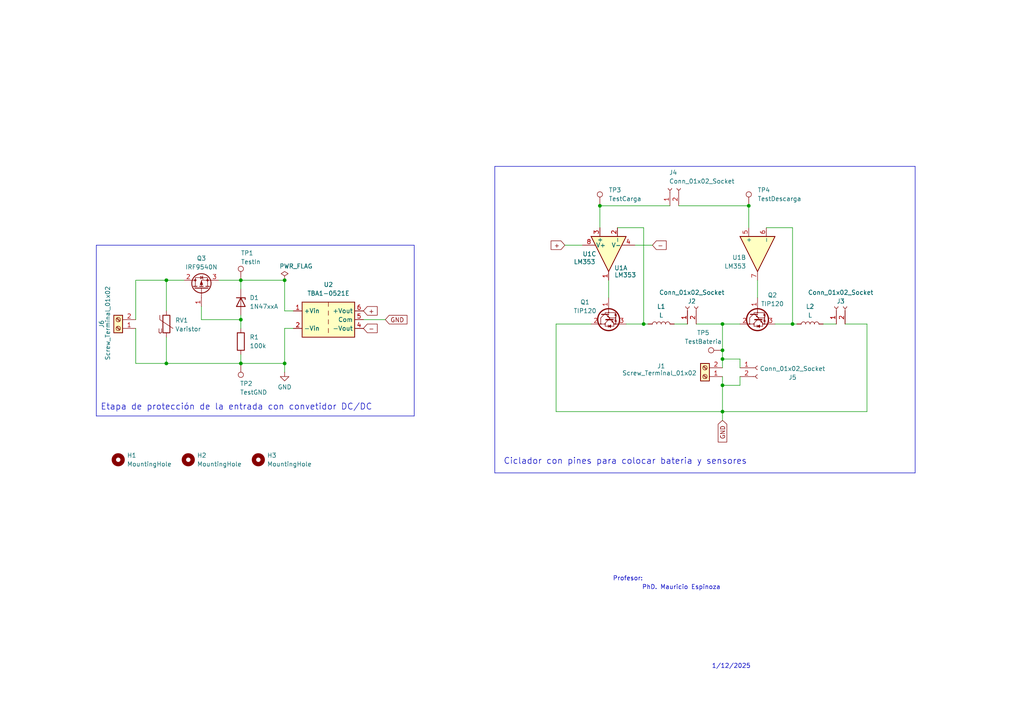
<source format=kicad_sch>
(kicad_sch (version 20250114) (generator "eeschema") (generator_version "9.0")
  (paper "A4")
  (lib_symbols
    (symbol "Amplifier_Operational:LM358" (pin_names (offset 0.127))
      (property "Reference" "U" (at 0 5.08 0))
      (property "Value" "LM358" (at 0 -5.08 0))
      (symbol "LM358_1_1"
        (polyline (pts (xy -5.08 5.08) (xy 5.08 0) (xy -5.08 -5.08) (xy -5.08 5.08)) (stroke (width 0.254)) (fill (type background)))
        (pin input line (at -7.62 2.54 0) (length 2.54) (name "+") (number "3"))
        (pin input line (at -7.62 -2.54 0) (length 2.54) (name "-") (number "2"))
        (pin output line (at 7.62 0 180) (length 2.54) (name "~") (number "1"))
      )
      (symbol "LM358_2_1"
        (polyline (pts (xy -5.08 5.08) (xy 5.08 0) (xy -5.08 -5.08) (xy -5.08 5.08)) (stroke (width 0.254)) (fill (type background)))
        (pin input line (at -7.62 2.54 0) (length 2.54) (name "+") (number "5"))
        (pin input line (at -7.62 -2.54 0) (length 2.54) (name "-") (number "6"))
        (pin output line (at 7.62 0 180) (length 2.54) (name "~") (number "7"))
      )
      (symbol "LM358_3_1"
        (pin power_in line (at -2.54 7.62 270) (length 3.81) (name "V+") (number "8"))
        (pin power_in line (at -2.54 -7.62 90) (length 3.81) (name "V-") (number "4"))
      )
    )
    (symbol "Connector:Conn_01x02_Socket" (pin_names (offset 1.016) (hide yes))
      (property "Reference" "J" (at 0 2.54 0))
      (property "Value" "Conn_01x02_Socket" (at 0 -5.08 0))
      (symbol "Conn_01x02_Socket_1_1"
        (polyline (pts (xy -1.27 0) (xy -0.508 0)) (stroke (width 0.1524)))
        (polyline (pts (xy -1.27 -2.54) (xy -0.508 -2.54)) (stroke (width 0.1524)))
        (arc (start 0 -0.508) (mid -0.5058 0) (end 0 0.508) (stroke (width 0.1524)))
        (arc (start 0 -3.048) (mid -0.5058 -2.54) (end 0 -2.032) (stroke (width 0.1524)))
        (pin passive line (at -5.08 0 0) (length 3.81) (name "Pin_1") (number "1"))
        (pin passive line (at -5.08 -2.54 0) (length 3.81) (name "Pin_2") (number "2"))
      )
    )
    (symbol "Connector:Screw_Terminal_01x02" (pin_names (offset 1.016) (hide yes))
      (property "Reference" "J" (at 0 2.54 0))
      (property "Value" "Screw_Terminal_01x02" (at 0 -5.08 0))
      (symbol "Screw_Terminal_01x02_1_1"
        (rectangle (start -1.27 1.27) (end 1.27 -3.81) (stroke (width 0.254)) (fill (type background)))
        (polyline (pts (xy -0.5334 0.3302) (xy 0.3302 -0.508)) (stroke (width 0.1524)))
        (polyline (pts (xy -0.5334 -2.2098) (xy 0.3302 -3.048)) (stroke (width 0.1524)))
        (polyline (pts (xy -0.3556 0.508) (xy 0.508 -0.3302)) (stroke (width 0.1524)))
        (polyline (pts (xy -0.3556 -2.032) (xy 0.508 -2.8702)) (stroke (width 0.1524)))
        (circle (center 0 0) (radius 0.635) (stroke (width 0.1524)))
        (circle (center 0 -2.54) (radius 0.635) (stroke (width 0.1524)))
        (pin passive line (at -5.08 0 0) (length 3.81) (name "Pin_1") (number "1"))
        (pin passive line (at -5.08 -2.54 0) (length 3.81) (name "Pin_2") (number "2"))
      )
    )
    (symbol "Connector:TestPoint" (pin_numbers (hide yes)) (pin_names (offset 0.762) (hide yes))
      (property "Reference" "TP" (at 0 6.858 0))
      (property "Value" "TestPoint" (at 0 5.08 0))
      (symbol "TestPoint_0_1"
        (circle (center 0 3.302) (radius 0.762))
      )
      (symbol "TestPoint_1_1"
        (pin passive line (at 0 0 90) (length 2.54) (name "1") (number "1"))
      )
    )
    (symbol "Converter_DCDC:TBA1-0521E"
      (property "Reference" "U" (at -6.35 6.35 0))
      (property "Value" "TBA1-0521E" (at 2.54 6.35 0))
      (symbol "TBA1-0521E_0_1"
        (rectangle (start -7.62 5.08) (end 7.62 -5.08) (stroke (width 0.254)) (fill (type background)))
        (polyline (pts (xy 0 5.08) (xy 0 3.81)))
        (polyline (pts (xy 0 2.54) (xy 0 1.27)))
        (polyline (pts (xy 0 0) (xy 0 -1.27)))
        (polyline (pts (xy 0 -2.54) (xy 0 -3.81)))
      )
      (symbol "TBA1-0521E_1_1"
        (pin power_in line (at -10.16 2.54 0) (length 2.54) (name "+Vin") (number "1"))
        (pin power_in line (at -10.16 -2.54 0) (length 2.54) (name "-Vin") (number "2"))
        (pin power_out line (at 10.16 2.54 180) (length 2.54) (name "+Vout") (number "6"))
        (pin power_out line (at 10.16 0 180) (length 2.54) (name "Com") (number "5"))
        (pin power_out line (at 10.16 -2.54 180) (length 2.54) (name "-Vout") (number "4"))
      )
    )
    (symbol "Device:L" (pin_numbers (hide yes)) (pin_names (offset 1.016) (hide yes))
      (property "Reference" "L" (at -1.27 0 90))
      (property "Value" "L" (at 1.905 0 90))
      (symbol "L_0_1"
        (arc (start 0 2.54) (mid 0.6323 1.905) (end 0 1.27))
        (arc (start 0 1.27) (mid 0.6323 0.635) (end 0 0))
        (arc (start 0 0) (mid 0.6323 -0.635) (end 0 -1.27))
        (arc (start 0 -1.27) (mid 0.6323 -1.905) (end 0 -2.54))
      )
      (symbol "L_1_1"
        (pin passive line (at 0 3.81 270) (length 1.27) (name "1") (number "1"))
        (pin passive line (at 0 -3.81 90) (length 1.27) (name "2") (number "2"))
      )
    )
    (symbol "Device:R" (pin_numbers (hide yes)) (pin_names (offset 0))
      (property "Reference" "R" (at 2.032 0 90))
      (property "Value" "R" (at 0 0 90))
      (symbol "R_0_1"
        (rectangle (start -1.016 -2.54) (end 1.016 2.54) (stroke (width 0.254)))
      )
      (symbol "R_1_1"
        (pin passive line (at 0 3.81 270) (length 1.27) (name "~") (number "1"))
        (pin passive line (at 0 -3.81 90) (length 1.27) (name "~") (number "2"))
      )
    )
    (symbol "Device:Varistor" (pin_numbers (hide yes)) (pin_names (offset 0))
      (property "Reference" "RV" (at 3.175 0 90))
      (property "Value" "Varistor" (at -3.175 0 90))
      (symbol "Varistor_0_0"
        (text "U" (at -1.778 -2.032 0) (effects (font (size 1.27 1.27))))
      )
      (symbol "Varistor_0_1"
        (polyline (pts (xy -1.905 2.54) (xy -1.905 1.27) (xy 1.905 -1.27)))
        (rectangle (start -1.016 -2.54) (end 1.016 2.54) (stroke (width 0.254)))
      )
      (symbol "Varistor_1_1"
        (pin passive line (at 0 3.81 270) (length 1.27) (name "~") (number "1"))
        (pin passive line (at 0 -3.81 90) (length 1.27) (name "~") (number "2"))
      )
    )
    (symbol "Diode:1N47xxA" (pin_numbers (hide yes)) (pin_names (hide yes))
      (property "Reference" "D" (at 0 2.54 0))
      (property "Value" "1N47xxA" (at 0 -2.54 0))
      (symbol "1N47xxA_0_1"
        (polyline (pts (xy -1.27 -1.27) (xy -1.27 1.27) (xy -0.762 1.27)) (stroke (width 0.254)))
        (polyline (pts (xy 1.27 0) (xy -1.27 0)))
        (polyline (pts (xy 1.27 -1.27) (xy 1.27 1.27) (xy -1.27 0) (xy 1.27 -1.27)) (stroke (width 0.254)))
      )
      (symbol "1N47xxA_1_1"
        (pin passive line (at -3.81 0 0) (length 2.54) (name "K") (number "1"))
        (pin passive line (at 3.81 0 180) (length 2.54) (name "A") (number "2"))
      )
    )
    (symbol "Mechanical:MountingHole" (pin_names (offset 1.016)) (in_bom no)
      (property "Reference" "H" (at 0 5.08 0))
      (property "Value" "MountingHole" (at 0 3.175 0))
      (symbol "MountingHole_0_1"
        (circle (center 0 0) (radius 1.27) (stroke (width 1.27)))
      )
    )
    (symbol "Transistor_BJT:TIP120" (pin_names (offset 0) (hide yes))
      (property "Reference" "Q" (at 5.08 1.905 0))
      (property "Value" "TIP120" (at 5.08 0 0))
      (symbol "TIP120_0_1"
        (polyline (pts (xy -1.27 0) (xy -0.889 0)))
        (circle (center -0.762 0) (radius 0.127))
        (polyline (pts (xy -0.254 2.032) (xy -0.254 0) (xy -0.254 0)) (stroke (width 0.3048)))
        (polyline (pts (xy -0.254 1.27) (xy 0.762 2.286) (xy 2.54 2.286)))
        (polyline (pts (xy -0.254 1.016) (xy -0.762 1.016) (xy -0.762 -2.032)))
        (polyline (pts (xy -0.254 0.762) (xy 0.762 -0.254) (xy 1.27 -0.254)))
        (polyline (pts (xy 0.635 -0.127) (xy 0.381 0.381) (xy 0.127 0.127) (xy 0.635 -0.127)))
        (polyline (pts (xy 0.762 -0.254) (xy 0.762 -2.032) (xy 1.143 -2.032) (xy 1.27 -1.778) (xy 1.397 -2.286) (xy 1.524 -1.778) (xy 1.651 -2.286) (xy 1.778 -1.778) (xy 1.905 -2.286) (xy 2.032 -2.032) (xy 2.54 -2.032)))
        (circle (center 0.762 -0.254) (radius 0.127))
        (polyline (pts (xy 0.762 -2.032) (xy 0.381 -2.032) (xy 0.254 -2.286) (xy 0.127 -1.778) (xy 0 -2.286) (xy -0.127 -1.778) (xy -0.254 -2.286) (xy -0.381 -1.778) (xy -0.508 -2.032) (xy -0.762 -2.032)))
        (circle (center 0.762 -2.032) (radius 0.127))
        (polyline (pts (xy 1.27 0.762) (xy 1.27 -1.27) (xy 1.27 -1.27)) (stroke (width 0.381)))
        (polyline (pts (xy 1.27 0) (xy 2.286 1.016) (xy 2.54 1.016) (xy 2.54 2.286)))
        (circle (center 1.27 0) (radius 3.175) (stroke (width 0.3556)))
        (polyline (pts (xy 1.27 -0.508) (xy 2.286 -1.524) (xy 2.54 -1.524) (xy 2.54 -2.032)))
        (polyline (pts (xy 2.159 -1.397) (xy 1.905 -0.889) (xy 1.651 -1.143) (xy 2.159 -1.397)))
        (circle (center 2.54 2.286) (radius 0.127))
        (circle (center 2.54 1.016) (radius 0.127))
        (polyline (pts (xy 2.54 -1.524) (xy 3.175 -1.524)))
        (circle (center 2.54 -1.524) (radius 0.127))
        (polyline (pts (xy 2.54 -2.032) (xy 2.54 -2.54)))
        (circle (center 2.54 -2.032) (radius 0.127))
        (polyline (pts (xy 2.794 0.127) (xy 3.556 0.127)))
        (polyline (pts (xy 3.175 1.016) (xy 2.54 1.016)))
        (polyline (pts (xy 3.175 1.016) (xy 3.175 0.127)))
        (polyline (pts (xy 3.175 0.127) (xy 2.794 -0.635) (xy 3.556 -0.635) (xy 3.175 0.127)) (fill (type outline)))
        (polyline (pts (xy 3.175 -0.635) (xy 3.175 -1.524)))
      )
      (symbol "TIP120_1_1"
        (pin input line (at -5.08 0 0) (length 3.81) (name "B") (number "1"))
        (pin passive line (at 2.54 5.08 270) (length 2.667) (name "C") (number "2"))
        (pin passive line (at 2.54 -5.08 90) (length 2.54) (name "E") (number "3"))
      )
    )
    (symbol "Transistor_FET:IRF9540N" (pin_names (hide yes))
      (property "Reference" "Q" (at 5.08 1.905 0))
      (property "Value" "IRF9540N" (at 5.08 0 0))
      (symbol "IRF9540N_0_1"
        (polyline (pts (xy 0.254 1.905) (xy 0.254 -1.905)) (stroke (width 0.254)))
        (polyline (pts (xy 0.254 0) (xy -2.54 0)))
        (polyline (pts (xy 0.762 2.286) (xy 0.762 1.27)) (stroke (width 0.254)))
        (polyline (pts (xy 0.762 1.778) (xy 3.302 1.778) (xy 3.302 -1.778) (xy 0.762 -1.778)))
        (polyline (pts (xy 0.762 0.508) (xy 0.762 -0.508)) (stroke (width 0.254)))
        (polyline (pts (xy 0.762 -1.27) (xy 0.762 -2.286)) (stroke (width 0.254)))
        (circle (center 1.651 0) (radius 2.794) (stroke (width 0.254)))
        (polyline (pts (xy 2.286 0) (xy 1.27 0.381) (xy 1.27 -0.381) (xy 2.286 0)) (fill (type outline)))
        (polyline (pts (xy 2.54 2.54) (xy 2.54 1.778)))
        (circle (center 2.54 1.778) (radius 0.254) (fill (type outline)))
        (circle (center 2.54 -1.778) (radius 0.254) (fill (type outline)))
        (polyline (pts (xy 2.54 -2.54) (xy 2.54 0) (xy 0.762 0)))
        (polyline (pts (xy 2.794 -0.508) (xy 2.921 -0.381) (xy 3.683 -0.381) (xy 3.81 -0.254)))
        (polyline (pts (xy 3.302 -0.381) (xy 2.921 0.254) (xy 3.683 0.254) (xy 3.302 -0.381)))
      )
      (symbol "IRF9540N_1_1"
        (pin input line (at -5.08 0 0) (length 2.54) (name "G") (number "1"))
        (pin passive line (at 2.54 5.08 270) (length 2.54) (name "D") (number "2"))
        (pin passive line (at 2.54 -5.08 90) (length 2.54) (name "S") (number "3"))
      )
    )
    (symbol "power:GND" (power) (pin_numbers (hide yes)) (pin_names (offset 0) (hide yes))
      (property "Value" "GND" (at 0 -3.81 0))
      (symbol "GND_0_1"
        (polyline (pts (xy 0 0) (xy 0 -1.27) (xy 1.27 -1.27) (xy 0 -2.54) (xy -1.27 -1.27) (xy 0 -1.27)))
      )
      (symbol "GND_1_1"
        (pin power_in line (at 0 0 270) (length 0) (name "~") (number "1"))
      )
    )
    (symbol "power:PWR_FLAG" (power) (pin_numbers (hide yes)) (pin_names (offset 0) (hide yes))
      (property "Value" "PWR_FLAG" (at 0 3.81 0))
      (symbol "PWR_FLAG_0_0"
        (pin power_out line (at 0 0 90) (length 0) (name "~") (number "1"))
      )
      (symbol "PWR_FLAG_0_1"
        (polyline (pts (xy 0 0) (xy 0 1.27) (xy -1.016 1.905) (xy 0 2.54) (xy 1.016 1.905) (xy 0 1.27)))
      )
    )
  )
  (text "Jose Manuel Solis\nEduardo Rojas " (at 200.914 178.308 0) (effects (font (size 1.27 1.27))))
  (text "1/12/2025\n" (at 212.09 193.294 0) (effects (font (size 1.27 1.27))))
  (text "Elaborado por: " (at 184.912 174.752 0) (effects (font (size 1.27 1.27))))
  (text "Profesor:\n" (at 182.118 167.894 0) (effects (font (size 1.27 1.27))))
  (text "Ciclador con pines para colocar bateria y sensores" (at 181.356 133.858 0) (effects (font (size 1.778 1.778))))
  (text "Ciclador de Baterias" (at 197.104 190.246 0) (effects (font (size 1.524 1.524) (bold yes))))
  (text "Etapa de protección de la entrada con convetidor DC/DC" (at 68.58 118.11 0) (effects (font (size 1.778 1.778))))
  (text "PhD. Mauricio Espinoza\n" (at 197.612 170.434 0) (effects (font (size 1.27 1.27))))
  (junction (at 209.55 101.6))
  (junction (at 209.55 93.98))
  (junction (at 173.99 59.69))
  (junction (at 69.85 105.41))
  (junction (at 229.87 93.98))
  (junction (at 209.55 111.76))
  (junction (at 209.55 104.14))
  (junction (at 217.17 59.69))
  (junction (at 209.55 119.38))
  (junction (at 48.26 81.28))
  (junction (at 82.55 81.28))
  (junction (at 69.85 92.71))
  (junction (at 186.69 93.98))
  (junction (at 82.55 105.41))
  (junction (at 69.85 81.28))
  (junction (at 48.26 105.41))
  (wire (pts (xy 217.17 59.69) (xy 217.17 66.04)))
  (polyline (pts (xy 27.94 71.12) (xy 120.142 71.12)))
  (wire (pts (xy 58.42 92.71) (xy 69.85 92.71)))
  (wire (pts (xy 195.58 93.98) (xy 199.39 93.98)))
  (wire (pts (xy 82.55 81.28) (xy 69.85 81.28)))
  (wire (pts (xy 176.53 81.28) (xy 176.53 86.36)))
  (wire (pts (xy 224.79 93.98) (xy 229.87 93.98)))
  (wire (pts (xy 69.85 91.44) (xy 69.85 92.71)))
  (wire (pts (xy 222.25 66.04) (xy 229.87 66.04)))
  (wire (pts (xy 238.76 93.98) (xy 242.57 93.98)))
  (wire (pts (xy 209.55 109.22) (xy 209.55 111.76)))
  (wire (pts (xy 179.07 66.04) (xy 186.69 66.04)))
  (wire (pts (xy 82.55 105.41) (xy 82.55 95.25)))
  (polyline (pts (xy 143.51 137.16) (xy 265.43 137.16)))
  (wire (pts (xy 209.55 111.76) (xy 209.55 119.38)))
  (wire (pts (xy 82.55 105.41) (xy 82.55 107.95)))
  (wire (pts (xy 39.37 95.25) (xy 39.37 105.41)))
  (wire (pts (xy 58.42 88.9) (xy 58.42 92.71)))
  (wire (pts (xy 39.37 81.28) (xy 48.26 81.28)))
  (wire (pts (xy 48.26 90.17) (xy 48.26 81.28)))
  (wire (pts (xy 161.29 93.98) (xy 161.29 119.38)))
  (wire (pts (xy 69.85 81.28) (xy 69.85 83.82)))
  (wire (pts (xy 69.85 102.87) (xy 69.85 105.41)))
  (wire (pts (xy 196.85 59.69) (xy 217.17 59.69)))
  (wire (pts (xy 39.37 92.71) (xy 39.37 81.28)))
  (wire (pts (xy 48.26 105.41) (xy 69.85 105.41)))
  (wire (pts (xy 214.63 111.76) (xy 214.63 109.22)))
  (wire (pts (xy 69.85 92.71) (xy 69.85 95.25)))
  (wire (pts (xy 251.46 93.98) (xy 251.46 119.38)))
  (polyline (pts (xy 143.51 48.26) (xy 265.43 48.26)))
  (wire (pts (xy 209.55 111.76) (xy 214.63 111.76)))
  (wire (pts (xy 209.55 104.14) (xy 214.63 104.14)))
  (wire (pts (xy 184.15 71.12) (xy 189.23 71.12)))
  (wire (pts (xy 181.61 93.98) (xy 186.69 93.98)))
  (wire (pts (xy 48.26 81.28) (xy 53.34 81.28)))
  (wire (pts (xy 186.69 66.04) (xy 186.69 93.98)))
  (wire (pts (xy 209.55 93.98) (xy 214.63 93.98)))
  (wire (pts (xy 229.87 66.04) (xy 229.87 93.98)))
  (wire (pts (xy 209.55 93.98) (xy 209.55 101.6)))
  (wire (pts (xy 245.11 93.98) (xy 251.46 93.98)))
  (wire (pts (xy 186.69 93.98) (xy 187.96 93.98)))
  (wire (pts (xy 161.29 119.38) (xy 209.55 119.38)))
  (wire (pts (xy 219.71 81.28) (xy 219.71 86.36)))
  (wire (pts (xy 161.29 93.98) (xy 171.45 93.98)))
  (wire (pts (xy 82.55 95.25) (xy 85.09 95.25)))
  (wire (pts (xy 85.09 90.17) (xy 82.55 90.17)))
  (wire (pts (xy 39.37 105.41) (xy 48.26 105.41)))
  (wire (pts (xy 82.55 90.17) (xy 82.55 81.28)))
  (wire (pts (xy 173.99 59.69) (xy 173.99 66.04)))
  (wire (pts (xy 48.26 97.79) (xy 48.26 105.41)))
  (wire (pts (xy 163.83 71.12) (xy 168.91 71.12)))
  (polyline (pts (xy 120.142 71.12) (xy 120.142 120.65)))
  (wire (pts (xy 173.99 59.69) (xy 194.31 59.69)))
  (wire (pts (xy 209.55 119.38) (xy 251.46 119.38)))
  (wire (pts (xy 201.93 93.98) (xy 209.55 93.98)))
  (polyline (pts (xy 265.43 137.16) (xy 265.43 48.26)))
  (wire (pts (xy 63.5 81.28) (xy 69.85 81.28)))
  (wire (pts (xy 209.55 101.6) (xy 209.55 104.14)))
  (wire (pts (xy 209.55 119.38) (xy 209.55 121.92)))
  (wire (pts (xy 82.55 105.41) (xy 69.85 105.41)))
  (wire (pts (xy 229.87 93.98) (xy 231.14 93.98)))
  (wire (pts (xy 209.55 104.14) (xy 209.55 106.68)))
  (polyline (pts (xy 120.142 120.65) (xy 27.94 120.65)))
  (wire (pts (xy 214.63 104.14) (xy 214.63 106.68)))
  (polyline (pts (xy 27.94 71.12) (xy 27.94 120.65)))
  (polyline (pts (xy 143.51 48.26) (xy 143.51 137.16)))
  (wire (pts (xy 105.41 92.71) (xy 111.76 92.71)))
  (global_label "+" (shape input) (at 163.83 71.12 180) (property "Intersheetrefs" "${INTERSHEET_REFS}" (effects (hide yes))))
  (global_label "GND" (shape input) (at 209.55 121.92 270) (property "Intersheetrefs" "${INTERSHEET_REFS}" (effects (hide yes))))
  (global_label "-" (shape input) (at 105.41 95.25 0) (property "Intersheetrefs" "${INTERSHEET_REFS}" (effects (hide yes))))
  (global_label "+" (shape input) (at 105.41 90.17 0) (property "Intersheetrefs" "${INTERSHEET_REFS}" (effects (hide yes))))
  (global_label "GND" (shape input) (at 111.76 92.71 0) (property "Intersheetrefs" "${INTERSHEET_REFS}" (effects (hide yes))))
  (global_label "-" (shape input) (at 189.23 71.12 0) (property "Intersheetrefs" "${INTERSHEET_REFS}" (effects (hide yes))))
  (symbol (lib_id "Connector:TestPoint") (at 217.17 59.69 0) (unit 1)
    (property "Reference" "TP4" (at 219.71 55.1179 0) (effects (justify left)))
    (property "Value" "TestDescarga" (at 219.71 57.6579 0) (effects (justify left)))
    (property "Footprint" "TestPoint:TestPoint_Loop_D2.54mm_Drill1.5mm_Beaded" (effects (hide yes)))
    (property "Description" "test point" (effects (hide yes)))
  )
  (symbol (lib_id "Amplifier_Operational:LM358") (at 176.53 68.58 90) (unit 3)
    (property "Reference" "U1" (at 172.974 73.66 90) (effects (justify left)))
    (property "Value" "LM353" (at 172.72 75.946 90) (effects (justify left)))
    (property "Footprint" "Package_DIP:DIP-8_W7.62mm" (effects (hide yes)))
    (property "Datasheet" "http://www.ti.com/lit/ds/symlink/lm2904-n.pdf" (effects (hide yes)))
    (property "Description" "Low-Power, Dual Operational Amplifiers, DIP-8/SOIC-8/TO-99-8" (effects (hide yes)))
  )
  (symbol (lib_id "Device:Varistor") (at 48.26 93.98 0) (unit 1)
    (property "Reference" "RV1" (at 50.8 92.9032 0) (effects (justify left)))
    (property "Value" "Varistor" (at 50.8 95.4432 0) (effects (justify left)))
    (property "Footprint" "Varistor:RV_Disc_D7mm_W4mm_P5mm" (effects (hide yes)))
    (property "Description" "Voltage dependent resistor" (effects (hide yes)))
    (property "Sim.Name" "kicad_builtin_varistor" (effects (hide yes)))
    (property "Sim.Device" "SUBCKT" (effects (hide yes)))
    (property "Sim.Pins" "1=A 2=B" (effects (hide yes)))
    (property "Sim.Params" "threshold=1k" (effects (hide yes)))
    (property "Sim.Library" "${KICAD9_SYMBOL_DIR}/Simulation_SPICE.sp" (effects (hide yes)))
  )
  (symbol (lib_id "Amplifier_Operational:LM358") (at 219.71 73.66 90) (mirror x) (unit 2)
    (property "Reference" "U1" (at 216.408 74.676 90) (effects (justify left)))
    (property "Value" "LM353" (at 216.408 77.216 90) (effects (justify left)))
    (property "Footprint" "Package_DIP:DIP-8_W7.62mm" (effects (hide yes)))
    (property "Datasheet" "http://www.ti.com/lit/ds/symlink/lm2904-n.pdf" (effects (hide yes)))
    (property "Description" "Low-Power, Dual Operational Amplifiers, DIP-8/SOIC-8/TO-99-8" (effects (hide yes)))
  )
  (symbol (lib_id "Connector:Screw_Terminal_01x02") (at 204.47 109.22 180) (unit 1)
    (property "Reference" "J1" (at 191.77 106.172 0))
    (property "Value" "Screw_Terminal_01x02" (at 191.262 108.204 0))
    (property "Footprint" "TerminalBlock_Phoenix:TerminalBlock_Phoenix_MKDS-1,5-2_1x02_P5.00mm_Horizontal" (effects (hide yes)))
    (property "Description" "Generic screw terminal, single row, 01x02, script generated (kicad-library-utils/schlib/autogen/connector/)" (effects (hide yes)))
  )
  (symbol (lib_id "Connector:Conn_01x02_Socket") (at 199.39 88.9 90) (unit 1)
    (property "Reference" "J2" (at 200.66 87.376 90))
    (property "Value" "Conn_01x02_Socket" (at 200.66 84.836 90))
    (property "Footprint" "Connector_PinSocket_2.00mm:PinSocket_1x02_P2.00mm_Vertical" (effects (hide yes)))
    (property "Description" "Generic connector, single row, 01x02, script generated" (effects (hide yes)))
  )
  (symbol (lib_id "Device:R") (at 69.85 99.06 0) (unit 1)
    (property "Reference" "R1" (at 72.39 97.7899 0) (effects (justify left)))
    (property "Value" "100k" (at 72.39 100.3299 0) (effects (justify left)))
    (property "Footprint" "Resistor_THT:R_Axial_DIN0207_L6.3mm_D2.5mm_P7.62mm_Horizontal" (effects (hide yes)))
    (property "Description" "Resistor" (effects (hide yes)))
  )
  (symbol (lib_id "Connector:Conn_01x02_Socket") (at 194.31 54.61 90) (unit 1)
    (property "Reference" "J4" (at 194.056 50.038 90) (effects (justify right)))
    (property "Value" "Conn_01x02_Socket" (at 194.056 52.578 90) (effects (justify right)))
    (property "Footprint" "Connector_PinSocket_2.00mm:PinSocket_1x02_P2.00mm_Vertical" (effects (hide yes)))
    (property "Description" "Generic connector, single row, 01x02, script generated" (effects (hide yes)))
  )
  (symbol (lib_id "Connector:TestPoint") (at 173.99 59.69 0) (unit 1)
    (property "Reference" "TP3" (at 176.53 55.1179 0) (effects (justify left)))
    (property "Value" "TestCarga" (at 176.53 57.6579 0) (effects (justify left)))
    (property "Footprint" "TestPoint:TestPoint_Loop_D2.54mm_Drill1.5mm_Beaded" (effects (hide yes)))
    (property "Description" "test point" (effects (hide yes)))
  )
  (symbol (lib_id "Connector:TestPoint") (at 209.55 101.6 90) (unit 1)
    (property "Reference" "TP5" (at 203.962 96.52 90))
    (property "Value" "TestBateria" (at 203.962 99.06 90))
    (property "Footprint" "TestPoint:TestPoint_Loop_D2.54mm_Drill1.5mm_Beaded" (effects (hide yes)))
    (property "Description" "test point" (effects (hide yes)))
  )
  (symbol (lib_id "Connector:TestPoint") (at 69.85 81.28 0) (unit 1)
    (property "Reference" "TP1" (at 69.85 73.406 0) (effects (justify left)))
    (property "Value" "TestIn" (at 69.85 75.946 0) (effects (justify left)))
    (property "Footprint" "TestPoint:TestPoint_Loop_D2.54mm_Drill1.5mm_Beaded" (effects (hide yes)))
    (property "Description" "test point" (effects (hide yes)))
  )
  (symbol (lib_id "Connector:Conn_01x02_Socket") (at 219.71 106.68 0) (unit 1)
    (property "Reference" "J5" (at 229.87 109.474 0))
    (property "Value" "Conn_01x02_Socket" (at 229.87 106.934 0))
    (property "Footprint" "Connector_PinSocket_2.00mm:PinSocket_1x02_P2.00mm_Vertical" (effects (hide yes)))
    (property "Description" "Generic connector, single row, 01x02, script generated" (effects (hide yes)))
  )
  (symbol (lib_id "Diode:1N47xxA") (at 69.85 87.63 270) (unit 1)
    (property "Reference" "D1" (at 72.39 86.3599 90) (effects (justify left)))
    (property "Value" "1N47xxA" (at 72.39 88.8999 90) (effects (justify left)))
    (property "Footprint" "Diode_THT:D_DO-41_SOD81_P10.16mm_Horizontal" (effects (hide yes)))
    (property "Datasheet" "https://www.vishay.com/docs/85816/1n4728a.pdf" (effects (hide yes)))
    (property "Description" "1300mW Silicon planar power Zener diodes, DO-41" (effects (hide yes)))
  )
  (symbol (lib_id "Connector:Conn_01x02_Socket") (at 242.57 88.9 90) (unit 1)
    (property "Reference" "J3" (at 243.84 87.376 90))
    (property "Value" "Conn_01x02_Socket" (at 243.84 84.836 90))
    (property "Footprint" "Connector_PinSocket_2.00mm:PinSocket_1x02_P2.00mm_Vertical" (effects (hide yes)))
    (property "Description" "Generic connector, single row, 01x02, script generated" (effects (hide yes)))
  )
  (symbol (lib_id "Mechanical:MountingHole") (at 34.29 133.35 0) (unit 1) (in_bom no)
    (property "Reference" "H1" (at 36.83 132.0799 0) (effects (justify left)))
    (property "Value" "MountingHole" (at 36.83 134.6199 0) (effects (justify left)))
    (property "Footprint" "MountingHole:MountingHole_2.2mm_M2" (effects (hide yes)))
    (property "Description" "Mounting Hole without connection" (effects (hide yes)))
  )
  (symbol (lib_id "Amplifier_Operational:LM358") (at 176.53 73.66 90) (mirror x) (unit 1)
    (property "Reference" "U1" (at 180.086 77.724 90))
    (property "Value" "LM353" (at 181.356 79.756 90))
    (property "Footprint" "Package_DIP:DIP-8_W7.62mm" (effects (hide yes)))
    (property "Datasheet" "http://www.ti.com/lit/ds/symlink/lm2904-n.pdf" (effects (hide yes)))
    (property "Description" "Low-Power, Dual Operational Amplifiers, DIP-8/SOIC-8/TO-99-8" (effects (hide yes)))
  )
  (symbol (lib_id "Mechanical:MountingHole") (at 54.61 133.35 0) (unit 1) (in_bom no)
    (property "Reference" "H2" (at 57.15 132.0799 0) (effects (justify left)))
    (property "Value" "MountingHole" (at 57.15 134.6199 0) (effects (justify left)))
    (property "Footprint" "MountingHole:MountingHole_2.2mm_M2" (effects (hide yes)))
    (property "Description" "Mounting Hole without connection" (effects (hide yes)))
  )
  (symbol (lib_id "power:PWR_FLAG") (at 82.55 81.28 0) (unit 1)
    (property "Reference" "#FLG04" (effects (hide yes)))
    (property "Value" "PWR_FLAG" (at 85.852 77.216 0))
    (property "Description" "Special symbol for telling ERC where power comes from" (effects (hide yes)))
  )
  (symbol (lib_id "Transistor_BJT:TIP120") (at 219.71 91.44 90) (mirror x) (unit 1)
    (property "Reference" "Q2" (at 224.028 85.598 90))
    (property "Value" "TIP120" (at 224.028 88.138 90))
    (property "Footprint" "Package_TO_SOT_THT:TO-220-3_Vertical" (effects (hide yes)))
    (property "Datasheet" "https://www.onsemi.com/pub/Collateral/TIP120-D.PDF" (effects (hide yes)))
    (property "Description" "5A Ic, 60V Vce, Silicon Darlington Power NPN Transistor, TO-220" (effects (hide yes)))
  )
  (symbol (lib_id "Mechanical:MountingHole") (at 74.93 133.35 0) (unit 1) (in_bom no)
    (property "Reference" "H3" (at 77.47 132.0799 0) (effects (justify left)))
    (property "Value" "MountingHole" (at 77.47 134.6199 0) (effects (justify left)))
    (property "Footprint" "MountingHole:MountingHole_2.2mm_M2" (effects (hide yes)))
    (property "Description" "Mounting Hole without connection" (effects (hide yes)))
  )
  (symbol (lib_id "Connector:TestPoint") (at 69.85 105.41 180) (unit 1)
    (property "Reference" "TP2" (at 69.596 111.252 0) (effects (justify right)))
    (property "Value" "TestGND" (at 69.596 113.792 0) (effects (justify right)))
    (property "Footprint" "TestPoint:TestPoint_Loop_D2.54mm_Drill1.5mm_Beaded" (effects (hide yes)))
    (property "Description" "test point" (effects (hide yes)))
  )
  (symbol (lib_id "Transistor_BJT:TIP120") (at 176.53 91.44 90) (mirror x) (unit 1)
    (property "Reference" "Q1" (at 169.672 87.63 90))
    (property "Value" "TIP120" (at 169.672 90.17 90))
    (property "Footprint" "Package_TO_SOT_THT:TO-220-3_Vertical" (effects (hide yes)))
    (property "Datasheet" "https://www.onsemi.com/pub/Collateral/TIP120-D.PDF" (effects (hide yes)))
    (property "Description" "5A Ic, 60V Vce, Silicon Darlington Power NPN Transistor, TO-220" (effects (hide yes)))
  )
  (symbol (lib_id "Device:L") (at 234.95 93.98 90) (unit 1)
    (property "Reference" "L2" (at 234.95 88.9 90))
    (property "Value" "L" (at 234.95 91.44 90))
    (property "Footprint" "Inductor_THT:L_Axial_L5.3mm_D2.2mm_P7.62mm_Horizontal_Vishay_IM-1" (effects (hide yes)))
    (property "Description" "Inductor" (effects (hide yes)))
  )
  (symbol (lib_id "Transistor_FET:IRF9540N") (at 58.42 83.82 90) (unit 1)
    (property "Reference" "Q3" (at 58.42 74.93 90))
    (property "Value" "IRF9540N" (at 58.42 77.47 90))
    (property "Footprint" "Package_TO_SOT_THT:TO-220-3_Vertical" (effects (hide yes)))
    (property "Datasheet" "http://www.irf.com/product-info/datasheets/data/irf9540n.pdf" (effects (hide yes)))
    (property "Description" "-23A Id, -100V Vds, 117mOhm Rds, P-Channel HEXFET Power MOSFET, TO-220" (effects (hide yes)))
  )
  (symbol (lib_id "Connector:Screw_Terminal_01x02") (at 34.29 95.25 180) (unit 1)
    (property "Reference" "J6" (at 29.464 93.98 90))
    (property "Value" "Screw_Terminal_01x02" (at 31.242 93.726 90))
    (property "Footprint" "TerminalBlock_Phoenix:TerminalBlock_Phoenix_MKDS-1,5-2_1x02_P5.00mm_Horizontal" (effects (hide yes)))
    (property "Description" "Generic screw terminal, single row, 01x02, script generated (kicad-library-utils/schlib/autogen/connector/)" (effects (hide yes)))
  )
  (symbol (lib_id "Converter_DCDC:TBA1-0521E") (at 95.25 92.71 0) (unit 1)
    (property "Reference" "U2" (at 95.25 82.55 0))
    (property "Value" "TBA1-0521E" (at 95.25 85.09 0))
    (property "Footprint" "Converter_DCDC:Converter_DCDC_TRACO_TBA1-xxxxE_Dual_THT" (effects (hide yes)))
    (property "Datasheet" "https://www.tracopower.com/products/tba1e.pdf" (effects (hide yes)))
    (property "Description" "1W DC/DC converter unregulated, 4.5-5.5V input, ±5V fixed output voltage, 100mA each output, 1.5kVDC isolation, SIP-7" (effects (hide yes)))
  )
  (symbol (lib_id "Device:L") (at 191.77 93.98 90) (unit 1)
    (property "Reference" "L1" (at 191.77 88.9 90))
    (property "Value" "L" (at 191.77 91.44 90))
    (property "Footprint" "Inductor_THT:L_Axial_L5.3mm_D2.2mm_P7.62mm_Horizontal_Vishay_IM-1" (effects (hide yes)))
    (property "Description" "Inductor" (effects (hide yes)))
  )
  (symbol (lib_id "power:GND") (at 82.55 107.95 0) (unit 1)
    (property "Reference" "#PWR02" (effects (hide yes)))
    (property "Value" "GND" (at 82.55 112.268 0))
    (property "Description" "Power symbol creates a global label with name \"GND\" , ground" (effects (hide yes)))
  )
)
</source>
